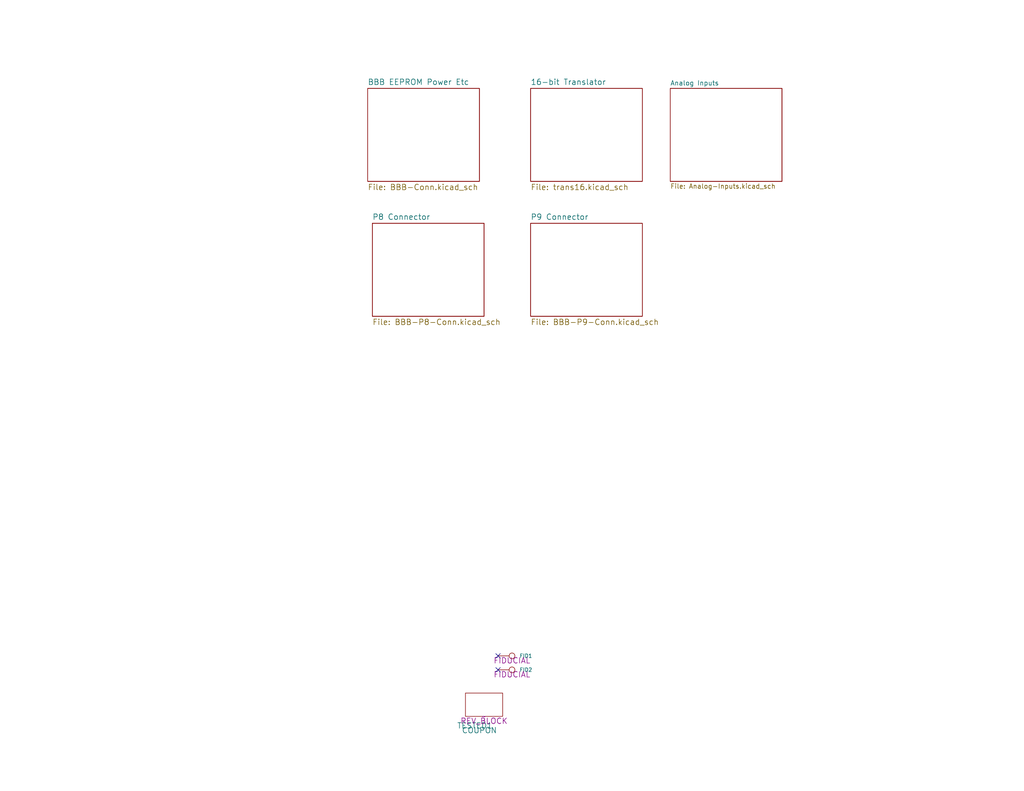
<source format=kicad_sch>
(kicad_sch (version 20211123) (generator eeschema)
  (paper "A")
  (title_block (title "BeagleBone Cape Baseline") (date "24 feb 2015") (rev "X4") (company "Doug Gilliland <doug@douglasgilliland.com>") (comment 1 "https://github.com/douggilliland/"))
  (lib_symbols
    (symbol "BBB-GVS-4-rescue:CONN_1" (pin_numbers hide) (pin_names (offset 0.762) hide)
      (property "Reference" "P" (at 2.032 0 0))
      (symbol "CONN_1_0_1"
        (polyline (pts (xy -0.762 0) (xy -1.27 0)))
        (circle (center 0 0) (radius 0.7874))
      )
      (symbol "CONN_1_1_1"
        (pin passive line (at -3.81 0 0) (length 2.54) (name "1") (number "1"))
      )
    )
    (symbol "BBB-GVS-4-rescue:COUPON" (pin_names (offset 1.016))
      (property "Reference" "COUP?" (at 0 0 0))
      (property "Value" "COUPON" (at 0 0 0))
      (symbol "COUPON_0_1"
        (rectangle (start -5.08 0) (end 5.08 6.35))
      )
    )
  )
  (no_connect (at 135.89 182.88))
  (no_connect (at 135.89 179.07))
  (symbol (lib_id "BBB-GVS-4-rescue:CONN_1") (at 139.7 182.88 0) (unit 1)
    (property "Reference" "FID2" (at 141.732 182.88 0) (effects (font (size 1.016 1.016)) (justify left)))
    (property "Value" "CONN_1" (effects hide))
    (property "Footprint" "FIDUCIAL" (at 139.7 184.15 0) (effects (font (size 1.524 1.524))))
  )
  (symbol (lib_id "BBB-GVS-4-rescue:CONN_1") (at 139.7 179.07 0) (unit 1)
    (property "Reference" "FID1" (at 141.732 179.07 0) (effects (font (size 1.016 1.016)) (justify left)))
    (property "Value" "CONN_1" (effects hide))
    (property "Footprint" "FIDUCIAL" (at 139.7 180.34 0) (effects (font (size 1.524 1.524))))
  )
  (symbol (lib_id "BBB-GVS-4-rescue:COUPON") (at 132.08 195.58 0) (unit 1)
    (property "Reference" "TESTED1" (at 129.54 198.12 0) (effects (font (size 1.524 1.524))))
    (property "Value" "COUPON" (at 130.81 199.39 0) (effects (font (size 1.524 1.524))))
    (property "Footprint" "REV_BLOCK" (at 132.08 196.85 0) (effects (font (size 1.524 1.524))))
    (property "Datasheet" "~" (at 132.08 195.58 0) (effects (font (size 1.524 1.524))))
  )
  (sheet (at 144.78 24.13) (size 30.48 25.4)
    (property "Sheet name" "16-bit Translator" (at 144.78 23.2914 0) (effects (font (size 1.524 1.524)) (justify left bottom)))
    (property "Sheet file" "trans16.kicad_sch" (at 144.78 50.2162 0) (effects (font (size 1.524 1.524)) (justify left top)))
  )
  (sheet (at 100.33 24.13) (size 30.48 25.4)
    (property "Sheet name" "BBB EEPROM Power Etc" (at 100.33 23.2914 0) (effects (font (size 1.524 1.524)) (justify left bottom)))
    (property "Sheet file" "BBB-Conn.kicad_sch" (at 100.33 50.2162 0) (effects (font (size 1.524 1.524)) (justify left top)))
  )
  (sheet (at 182.88 24.13) (size 30.48 25.4)
    (property "Sheet name" "Analog Inputs" (at 182.88 23.4184 0) (effects (justify left bottom)))
    (property "Sheet file" "Analog-Inputs.kicad_sch" (at 182.88 50.1146 0) (effects (justify left top)))
  )
  (sheet (at 101.6 60.96) (size 30.48 25.4)
    (property "Sheet name" "P8 Connector" (at 101.6 60.1214 0) (effects (font (size 1.524 1.524)) (justify left bottom)))
    (property "Sheet file" "BBB-P8-Conn.kicad_sch" (at 101.6 87.0462 0) (effects (font (size 1.524 1.524)) (justify left top)))
  )
  (sheet (at 144.78 60.96) (size 30.48 25.4)
    (property "Sheet name" "P9 Connector" (at 144.78 60.1214 0) (effects (font (size 1.524 1.524)) (justify left bottom)))
    (property "Sheet file" "BBB-P9-Conn.kicad_sch" (at 144.78 87.0462 0) (effects (font (size 1.524 1.524)) (justify left top)))
  )
)
</source>
